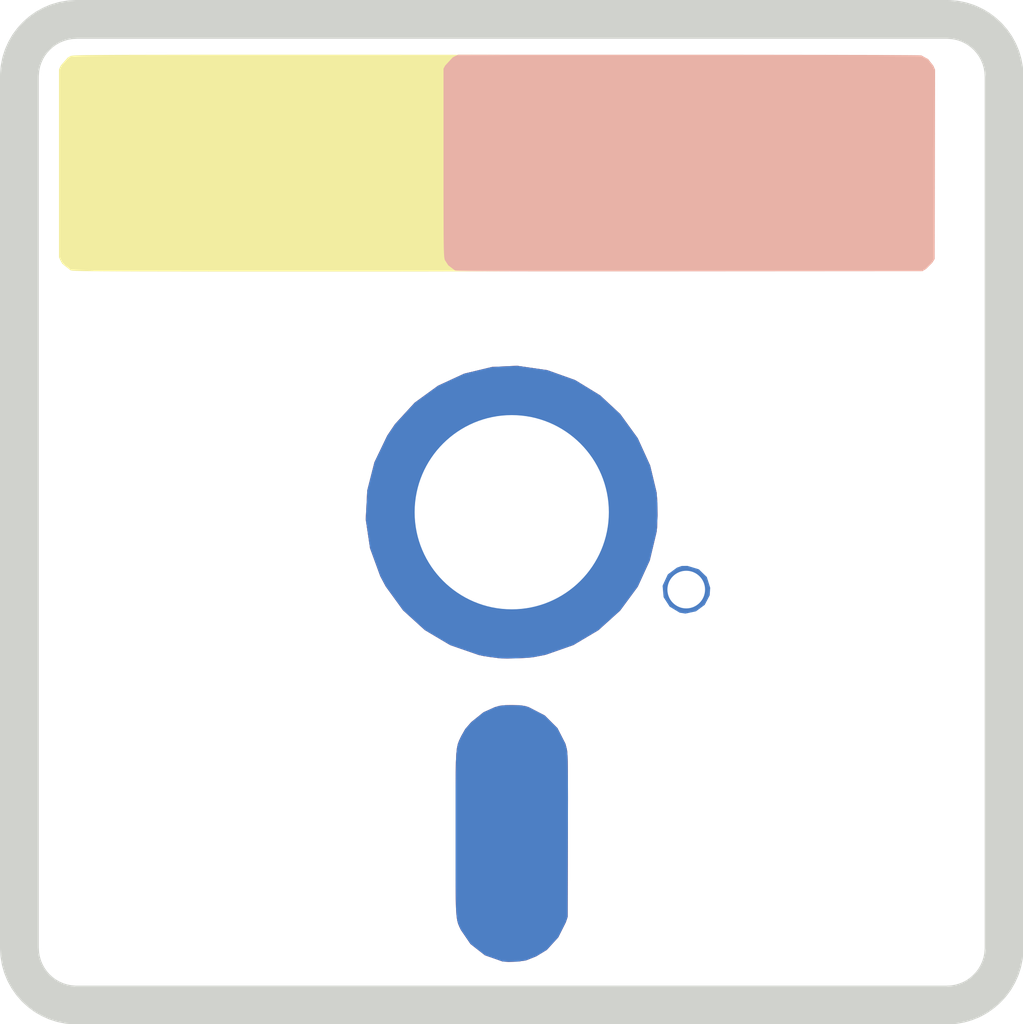
<source format=kicad_pcb>
(kicad_pcb (version 20221018) (generator pcbnew)
  (layers (0 "F.Cu" signal) (31 "B.Cu" signal) (34 "B.Paste" user) (35 "F.Paste" user) (36 "B.SilkS" user "B.Silkscreen") (37 "F.SilkS" user "F.Silkscreen") (38 "B.Mask" user) (39 "F.Mask" user) (44 "Edge.Cuts" user))
  (net 0 "")
  (footprint "Anne:5.25 Floppy Final" (layer "F.Cu") (at 149.86 96.52)
    (fp_text reference "REF**" hide)
    (fp_text value "5.25 Floppy Final" hide)
    (fp_poly (pts (xy 0.908 -3.66) (xy 1.625 -3.404) (xy 2.269 -3.01) (xy 2.785 -2.53) (xy 3.236 -1.907) (xy 3.556 -1.204) (xy 3.722 -0.51) (xy 3.743 -0.247) (xy 3.747 0.083) (xy 3.735 0.391) (xy 3.722 0.51) (xy 3.546 1.246) (xy 3.241 1.912) (xy 3.231 1.929) (xy 2.782 2.538) (xy 2.223 3.042) (xy 1.576 3.426) (xy 0.862 3.676) (xy 0.53 3.74) (xy 0.358 3.755) (xy 0.116 3.767) (xy -0.124 3.772) (xy -0.288 3.769) (xy -0.3 3.768) (xy -0.568 3.734) (xy -0.741 3.707) (xy -0.866 3.68) (xy -1.599 3.426) (xy -2.253 3.038) (xy -2.812 2.53) (xy -3.261 1.912) (xy -3.4 1.65) (xy -3.663 0.93) (xy -3.774 0.186) (xy -3.735 -0.56) (xy -3.55 -1.287) (xy -3.219 -1.975) (xy -3.02 -2.27) (xy -2.514 -2.822) (xy -1.912 -3.259) (xy -1.239 -3.57) (xy -0.519 -3.743) (xy 0.13 -3.773)) (fill solid) (layer "F.Cu"))
    (fp_poly (pts (xy 0.197 4.976) (xy 0.328 4.995) (xy 0.426 5.024) (xy 0.842 5.24) (xy 1.167 5.565) (xy 1.373 5.968) (xy 1.41 6.11) (xy 1.419 6.175) (xy 1.427 6.271) (xy 1.432 6.418) (xy 1.435 6.636) (xy 1.437 6.943) (xy 1.438 7.359) (xy 1.437 7.902) (xy 1.436 8.35) (xy 1.43 10.43) (xy 1.383 10.57) (xy 1.188 10.958) (xy 0.902 11.272) (xy 0.881 11.289) (xy 0.619 11.448) (xy 0.357 11.552) (xy 0.156 11.582) (xy -0.09 11.591) (xy -0.248 11.58) (xy -0.703 11.42) (xy -1.075 11.129) (xy -1.322 10.767) (xy -1.362 10.684) (xy -1.394 10.607) (xy -1.418 10.516) (xy -1.435 10.392) (xy -1.447 10.214) (xy -1.454 9.964) (xy -1.458 9.622) (xy -1.459 9.167) (xy -1.459 8.581) (xy -1.459 8.28) (xy -1.459 7.63) (xy -1.459 7.119) (xy -1.456 6.729) (xy -1.45 6.44) (xy -1.44 6.232) (xy -1.424 6.084) (xy -1.402 5.978) (xy -1.371 5.893) (xy -1.332 5.81) (xy -1.307 5.76) (xy -1.209 5.588) (xy -1.077 5.435) (xy -1.042 5.4) (xy -0.74 5.157) (xy -0.45 5.026) (xy -0.318 4.989) (xy -0.176 4.974) (xy -0.01 4.972)) (fill solid) (layer "F.Cu"))
    (fp_poly (pts (xy 4.811 1.472) (xy 5.016 1.671) (xy 5.104 1.949) (xy 5.09 2.143) (xy 4.963 2.388) (xy 4.737 2.555) (xy 4.465 2.614) (xy 4.317 2.59) (xy 4.059 2.435) (xy 3.903 2.192) (xy 3.877 1.907) (xy 3.881 1.885) (xy 4.012 1.603) (xy 4.247 1.429) (xy 4.372 1.385) (xy 4.517 1.384)) (fill solid) (layer "B.Cu"))
    (fp_poly (pts (xy 0.908 -3.66) (xy 1.625 -3.404) (xy 2.269 -3.01) (xy 2.785 -2.53) (xy 3.236 -1.907) (xy 3.556 -1.204) (xy 3.722 -0.51) (xy 3.743 -0.247) (xy 3.747 0.083) (xy 3.735 0.391) (xy 3.722 0.51) (xy 3.546 1.246) (xy 3.241 1.912) (xy 3.231 1.929) (xy 2.782 2.538) (xy 2.223 3.042) (xy 1.576 3.426) (xy 0.862 3.676) (xy 0.53 3.74) (xy 0.358 3.755) (xy 0.116 3.767) (xy -0.124 3.772) (xy -0.288 3.769) (xy -0.3 3.768) (xy -0.568 3.734) (xy -0.741 3.707) (xy -0.866 3.68) (xy -1.599 3.426) (xy -2.253 3.038) (xy -2.812 2.53) (xy -3.261 1.912) (xy -3.4 1.65) (xy -3.663 0.93) (xy -3.774 0.186) (xy -3.735 -0.56) (xy -3.55 -1.287) (xy -3.219 -1.975) (xy -3.02 -2.27) (xy -2.514 -2.822) (xy -1.912 -3.259) (xy -1.239 -3.57) (xy -0.519 -3.743) (xy 0.13 -3.773)) (fill solid) (layer "B.Cu"))
    (fp_poly (pts (xy 0.197 4.976) (xy 0.328 4.995) (xy 0.426 5.024) (xy 0.842 5.24) (xy 1.167 5.565) (xy 1.373 5.968) (xy 1.41 6.11) (xy 1.419 6.175) (xy 1.427 6.271) (xy 1.432 6.418) (xy 1.435 6.636) (xy 1.437 6.943) (xy 1.438 7.359) (xy 1.437 7.902) (xy 1.436 8.35) (xy 1.43 10.43) (xy 1.383 10.57) (xy 1.188 10.958) (xy 0.902 11.272) (xy 0.881 11.289) (xy 0.619 11.448) (xy 0.357 11.552) (xy 0.156 11.582) (xy -0.09 11.591) (xy -0.248 11.58) (xy -0.703 11.42) (xy -1.075 11.129) (xy -1.322 10.767) (xy -1.362 10.684) (xy -1.394 10.607) (xy -1.418 10.516) (xy -1.435 10.392) (xy -1.447 10.214) (xy -1.454 9.964) (xy -1.458 9.622) (xy -1.459 9.167) (xy -1.459 8.581) (xy -1.459 8.28) (xy -1.459 7.63) (xy -1.459 7.119) (xy -1.456 6.729) (xy -1.45 6.44) (xy -1.44 6.232) (xy -1.424 6.084) (xy -1.402 5.978) (xy -1.371 5.893) (xy -1.332 5.81) (xy -1.307 5.76) (xy -1.209 5.588) (xy -1.077 5.435) (xy -1.042 5.4) (xy -0.74 5.157) (xy -0.45 5.026) (xy -0.318 4.989) (xy -0.176 4.974) (xy -0.01 4.972)) (fill solid) (layer "B.Cu"))
    (fp_poly (pts (xy 5.501 -11.79) (xy 6.415 -11.789) (xy 7.27 -11.788) (xy 8.054 -11.787) (xy 8.753 -11.785) (xy 9.356 -11.784) (xy 9.849 -11.781) (xy 10.22 -11.779) (xy 10.456 -11.777) (xy 10.544 -11.774) (xy 10.722 -11.676) (xy 10.855 -11.506) (xy 10.857 -11.503) (xy 10.9 -11.401) (xy 10.895 -8.964) (xy 10.89 -6.527) (xy 10.829 -6.429) (xy 10.671 -6.271) (xy 10.573 -6.21) (xy 4.582 -6.206) (xy 3.437 -6.205) (xy 2.443 -6.205) (xy 1.588 -6.205) (xy 0.863 -6.205) (xy 0.259 -6.206) (xy -0.237 -6.207) (xy -0.632 -6.209) (xy -0.938 -6.211) (xy -1.164 -6.214) (xy -1.321 -6.218) (xy -1.418 -6.222) (xy -1.466 -6.227) (xy -1.473 -6.229) (xy -1.647 -6.362) (xy -1.734 -6.496) (xy -1.744 -6.531) (xy -1.752 -6.586) (xy -1.758 -6.68) (xy -1.763 -6.83) (xy -1.766 -7.054) (xy -1.768 -7.368) (xy -1.769 -7.79) (xy -1.77 -8.338) (xy -1.77 -9.01) (xy -1.77 -11.43) (xy -1.727 -11.51) (xy -1.532 -11.72) (xy -1.48 -11.748) (xy -1.39 -11.79) (xy 4.54 -11.79)) (fill solid) (layer "B.SilkS"))
    (fp_poly (pts (xy -4.241 -11.79) (xy -3.272 -11.79) (xy -2.441 -11.789) (xy -1.737 -11.789) (xy -1.15 -11.788) (xy -0.669 -11.787) (xy -0.282 -11.785) (xy 0.02 -11.783) (xy 0.25 -11.78) (xy 0.417 -11.777) (xy 0.532 -11.773) (xy 0.607 -11.768) (xy 0.652 -11.762) (xy 0.679 -11.756) (xy 0.683 -11.754) (xy 0.861 -11.625) (xy 0.962 -11.468) (xy 0.97 -11.422) (xy 0.977 -11.323) (xy 0.982 -11.156) (xy 0.985 -10.904) (xy 0.988 -10.551) (xy 0.989 -10.081) (xy 0.99 -9.478) (xy 0.99 -8.99) (xy 0.99 -8.306) (xy 0.989 -7.765) (xy 0.988 -7.348) (xy 0.986 -7.039) (xy 0.983 -6.821) (xy 0.978 -6.674) (xy 0.972 -6.583) (xy 0.964 -6.529) (xy 0.953 -6.495) (xy 0.834 -6.329) (xy 0.667 -6.222) (xy 0.662 -6.22) (xy 0.566 -6.216) (xy 0.311 -6.212) (xy -0.103 -6.209) (xy -0.674 -6.206) (xy -1.4 -6.204) (xy -2.282 -6.202) (xy -3.318 -6.201) (xy -4.507 -6.201) (xy -5.36 -6.201) (xy -6.489 -6.201) (xy -7.468 -6.201) (xy -8.309 -6.202) (xy -9.021 -6.203) (xy -9.614 -6.204) (xy -10.101 -6.206) (xy -10.49 -6.208) (xy -10.793 -6.21) (xy -11.02 -6.213) (xy -11.182 -6.217) (xy -11.288 -6.221) (xy -11.351 -6.226) (xy -11.379 -6.231) (xy -11.379 -6.232) (xy -11.593 -6.4) (xy -11.632 -6.468) (xy -11.68 -6.57) (xy -11.68 -8.99) (xy -11.68 -11.41) (xy -11.633 -11.511) (xy -11.452 -11.718) (xy -11.38 -11.758) (xy -11.356 -11.764) (xy -11.306 -11.769) (xy -11.218 -11.774) (xy -11.082 -11.778) (xy -10.888 -11.781) (xy -10.625 -11.783) (xy -10.281 -11.785) (xy -9.847 -11.787) (xy -9.312 -11.788) (xy -8.665 -11.789) (xy -7.895 -11.79) (xy -6.992 -11.79) (xy -5.944 -11.79) (xy -5.36 -11.79)) (fill solid) (layer "F.SilkS"))
    (fp_poly (pts (xy 12.678 -11.228) (xy 12.668 -11.397) (xy 12.64 -11.56) (xy 12.595 -11.716) (xy 12.533 -11.865) (xy 12.456 -12.005) (xy 12.365 -12.135) (xy 12.261 -12.254) (xy 12.144 -12.362) (xy 12.017 -12.457) (xy 11.879 -12.537) (xy 11.732 -12.603) (xy 11.578 -12.653) (xy 11.416 -12.685) (xy 11.249 -12.699) (xy 11.206 -12.7) (xy -11.228 -12.7) (xy -11.397 -12.69) (xy -11.56 -12.662) (xy -11.716 -12.617) (xy -11.865 -12.555) (xy -12.005 -12.478) (xy -12.135 -12.387) (xy -12.254 -12.283) (xy -12.362 -12.166) (xy -12.457 -12.039) (xy -12.537 -11.901) (xy -12.603 -11.754) (xy -12.653 -11.6) (xy -12.685 -11.438) (xy -12.699 -11.271) (xy -12.7 -11.228) (xy -12.7 11.23) (xy -12.69 11.399) (xy -12.662 11.562) (xy -12.617 11.718) (xy -12.555 11.867) (xy -12.478 12.007) (xy -12.387 12.137) (xy -12.283 12.257) (xy -12.166 12.364) (xy -12.039 12.459) (xy -11.901 12.54) (xy -11.754 12.605) (xy -11.6 12.655) (xy -11.438 12.687) (xy -11.271 12.702) (xy -11.228 12.702) (xy 11.206 12.702) (xy 11.375 12.693) (xy 11.538 12.665) (xy 11.694 12.619) (xy 11.843 12.558) (xy 11.983 12.481) (xy 12.113 12.389) (xy 12.232 12.285) (xy 12.34 12.169) (xy 12.435 12.041) (xy 12.515 11.903) (xy 12.581 11.757) (xy 12.631 11.602) (xy 12.663 11.441) (xy 12.677 11.273) (xy 12.678 11.23) (xy 12.678 -11.228)) (stroke (width 1)) (fill none) (layer "Edge.Cuts"))
    (pad "" np_thru_hole circle (at -0.011 0.001) (size 5.005 5.005) (drill 5.005) (layers "*.Cu" "*.Mask") (clearance 0.1))
    (pad "" np_thru_hole circle (at 4.486 1.995) (size 0.97 0.97) (drill 0.97) (layers "*.Cu" "*.Mask") (clearance 0.1))
    (pad "" np_thru_hole circle (at 11.393 -11.409) (size 0.859 0.859) (drill 0.859) (layers "*.Cu" "*.Mask") (clearance 0.1))
  )
)
</source>
